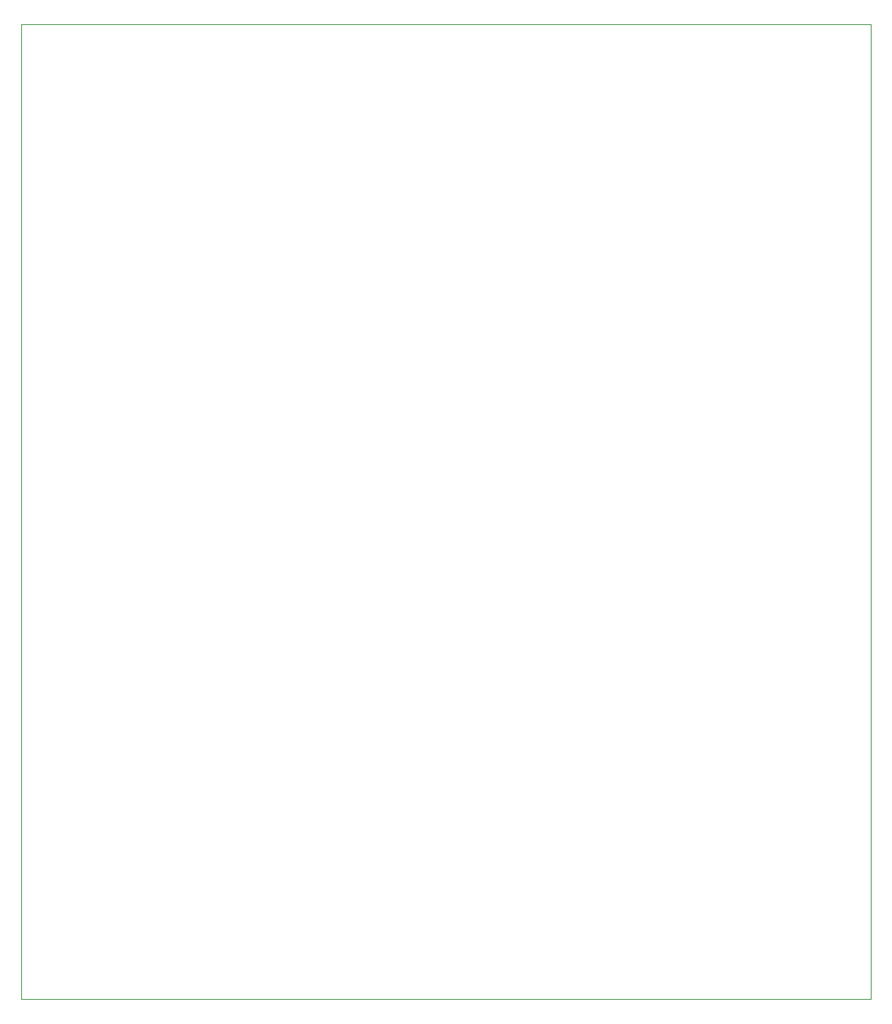
<source format=gko>
G04*
G04 #@! TF.GenerationSoftware,Altium Limited,Altium Designer,21.3.2 (30)*
G04*
G04 Layer_Color=16711935*
%FSLAX25Y25*%
%MOIN*%
G70*
G04*
G04 #@! TF.SameCoordinates,6E51047B-58C7-44D0-8EEE-2D495A345CE8*
G04*
G04*
G04 #@! TF.FilePolarity,Positive*
G04*
G01*
G75*
%ADD204C,0.00197*%
D204*
X0Y0D02*
Y429134D01*
X373874D01*
X0Y0D02*
X373874D01*
X373874Y429134D02*
X373874Y0D01*
M02*

</source>
